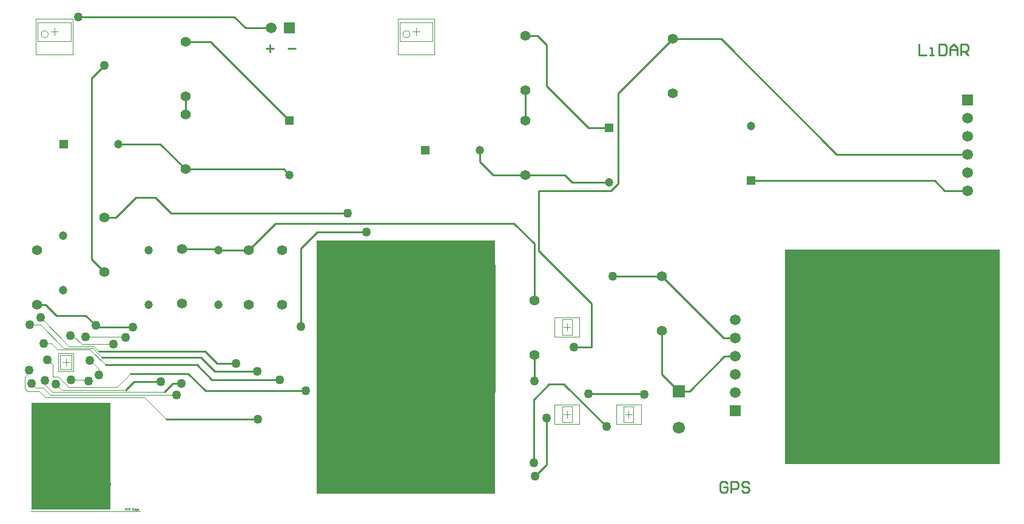
<source format=gbl>
G04 Layer_Physical_Order=2*
G04 Layer_Color=16711680*
%FSLAX25Y25*%
%MOIN*%
G70*
G01*
G75*
%ADD20C,0.01000*%
%ADD21C,0.00300*%
%ADD22C,0.00394*%
%ADD23C,0.00118*%
%ADD24R,0.43307X0.59055*%
%ADD25R,1.18110X1.18110*%
%ADD26R,0.98425X1.39764*%
%ADD27C,0.00197*%
%ADD28C,0.05512*%
%ADD29C,0.04724*%
%ADD30R,0.04724X0.04724*%
%ADD31R,0.04724X0.04724*%
%ADD32C,0.05906*%
%ADD33R,0.05906X0.05906*%
%ADD34C,0.06693*%
%ADD35R,0.06693X0.06693*%
%ADD36R,0.05906X0.05906*%
%ADD37C,0.02362*%
%ADD38C,0.05000*%
D20*
X36900Y108000D02*
X42400Y102500D01*
X20700Y108000D02*
X36900D01*
X312943Y211457D02*
X324410D01*
X290100Y234300D02*
X312943Y211457D01*
X290100Y234300D02*
Y256800D01*
X285050Y261850D02*
X290100Y256800D01*
X278346Y261850D02*
X285050D01*
X313200Y65000D02*
X343200D01*
X387812Y85512D02*
X393883D01*
X368599Y66299D02*
X387812Y85512D01*
X362781Y66299D02*
X368599D01*
X283000Y27100D02*
Y61800D01*
X283300Y62100D01*
X283800Y19700D02*
X290000Y25900D01*
Y51500D01*
X325519Y176700D02*
X329500Y180681D01*
X285827Y176700D02*
X325519D01*
X285827Y143298D02*
Y176700D01*
X329500Y230327D02*
X359449Y260276D01*
X329500Y180681D02*
Y230327D01*
X508828Y176772D02*
X521260D01*
X503356Y182244D02*
X508828Y176772D01*
X402362Y182244D02*
X503356D01*
X353379Y129567D02*
X387435Y95512D01*
X393883D01*
X283300Y62100D02*
X291500Y70300D01*
X283300Y62100D02*
X284300Y63100D01*
X283254Y71846D02*
X283300Y71800D01*
X283254Y71846D02*
Y86181D01*
X291500Y70300D02*
X299500D01*
X323000Y46800D01*
X283254Y116181D02*
Y147646D01*
X81100Y50900D02*
X131400D01*
X109600Y143900D02*
X126400D01*
X314750Y90551D02*
Y114548D01*
X286000Y143298D02*
X314750Y114548D01*
X109000Y144500D02*
X109600Y143900D01*
X89900Y144500D02*
X109000D01*
X43200Y101700D02*
X62800D01*
X42400Y102500D02*
X43200Y101700D01*
X93200Y76000D02*
X102600Y66600D01*
X61500Y76000D02*
X93200D01*
X102600Y66600D02*
X157600D01*
X106100Y72700D02*
X143500D01*
X99950Y85050D02*
X107800Y77200D01*
X45750Y85050D02*
X99950D01*
X107800Y77200D02*
X131100D01*
X102300Y88400D02*
X109100Y81600D01*
X44200Y88400D02*
X102300D01*
X109100Y81600D02*
X119300D01*
X80000Y65800D02*
X84900Y70700D01*
X63300Y71500D02*
X78200D01*
X58700Y66900D02*
X63300Y71500D01*
X84900Y70700D02*
X89300D01*
X14600Y114100D02*
X20700Y108000D01*
X10000Y114100D02*
X14600D01*
X326561Y129528D02*
X353340D01*
X118504Y272441D02*
X124803Y266142D01*
X91732Y188543D02*
X145669D01*
X91732Y258701D02*
X105512D01*
X278347Y185394D02*
X300039D01*
X253583Y192480D02*
Y198819D01*
Y192480D02*
X260669Y185394D01*
X278347D01*
X449528Y196772D02*
X521260D01*
X386024Y260276D02*
X449528Y196772D01*
X359449Y260276D02*
X386024D01*
X305198Y90551D02*
X314750D01*
X278346Y231850D02*
X278347Y215394D01*
X91732Y228701D02*
X91732Y218543D01*
X353379Y75701D02*
Y99567D01*
Y75701D02*
X362781Y66299D01*
X303976Y181457D02*
X324410D01*
X300039Y185394D02*
X303976Y181457D01*
X105512Y258701D02*
X148819Y215394D01*
X145669Y188543D02*
X148819Y185394D01*
X54764Y202362D02*
X77913D01*
X91732Y188543D01*
X124803Y266142D02*
X138819D01*
X32677Y272441D02*
X118504D01*
X353340Y129528D02*
X353379Y129567D01*
X40100Y139000D02*
X47200Y131900D01*
X40100Y139000D02*
Y238500D01*
X47200Y245600D01*
Y161900D02*
X53400D01*
X64300Y172800D01*
X75000D01*
X83600Y164200D01*
X180800D01*
X98000Y80800D02*
X106100Y72700D01*
X47600Y80800D02*
X98000D01*
X126400Y143900D02*
X141200Y158700D01*
X272200D01*
X283254Y147646D01*
X164200Y153800D02*
X191200D01*
X155200Y144800D02*
X164200Y153800D01*
X155200Y102100D02*
Y144800D01*
X136200Y254999D02*
X140199D01*
X138199Y256998D02*
Y253000D01*
X148196Y254999D02*
X152195D01*
X389299Y15698D02*
X388299Y16698D01*
X386300D01*
X385300Y15698D01*
Y11700D01*
X386300Y10700D01*
X388299D01*
X389299Y11700D01*
Y13699D01*
X387299D01*
X391298Y10700D02*
Y16698D01*
X394297D01*
X395297Y15698D01*
Y13699D01*
X394297Y12699D01*
X391298D01*
X401295Y15698D02*
X400295Y16698D01*
X398296D01*
X397296Y15698D01*
Y14699D01*
X398296Y13699D01*
X400295D01*
X401295Y12699D01*
Y11700D01*
X400295Y10700D01*
X398296D01*
X397296Y11700D01*
X494800Y257398D02*
Y251400D01*
X498799D01*
X500798D02*
X502797D01*
X501798D01*
Y255399D01*
X500798D01*
X505796Y257398D02*
Y251400D01*
X508795D01*
X509795Y252400D01*
Y256398D01*
X508795Y257398D01*
X505796D01*
X511795Y251400D02*
Y255399D01*
X513794Y257398D01*
X515793Y255399D01*
Y251400D01*
Y254399D01*
X511795D01*
X517793Y251400D02*
Y257398D01*
X520792D01*
X521791Y256398D01*
Y254399D01*
X520792Y253399D01*
X517793D01*
X519792D02*
X521791Y251400D01*
D21*
X69000Y63000D02*
X81100Y50900D01*
X14800Y63000D02*
X69000D01*
X27800Y91100D02*
X41500D01*
X17500Y64200D02*
X86500D01*
X86600Y64300D01*
X13400Y68300D02*
X17500Y64200D01*
X9500Y68300D02*
X13400D01*
X11400Y66400D02*
X14800Y63000D01*
X18500Y65800D02*
X80000D01*
X14300Y70000D02*
X18500Y65800D01*
X23700Y66900D02*
X58700D01*
X54000Y68500D02*
X61500Y76000D01*
X27400Y68500D02*
X54000D01*
X37700Y72700D02*
X38400Y72000D01*
X28900Y72700D02*
X37700D01*
X39300Y83200D02*
X44000Y78500D01*
Y75200D02*
Y78500D01*
X34600Y92200D02*
X52000D01*
X52100Y92300D01*
X36600Y96300D02*
X58600D01*
X58900Y96000D01*
X41500Y91100D02*
X44200Y88400D01*
X39100Y83200D02*
X39300D01*
X14300Y70000D02*
Y72400D01*
X20300Y70300D02*
X23700Y66900D01*
X21600Y74300D02*
X27400Y68500D01*
X7100Y70700D02*
X9500Y68300D01*
X4800Y66400D02*
X11400D01*
X3300Y67900D02*
X4800Y66400D01*
X3300Y67900D02*
Y74200D01*
X5800Y76700D01*
Y77800D01*
X21400Y89300D02*
X39100D01*
X18000Y92700D02*
X21400Y89300D01*
X13900Y92700D02*
X18000D01*
X40700Y90100D02*
X45750Y85050D01*
X24800Y90100D02*
X40700D01*
X12000Y102900D02*
X24800Y90100D01*
X29800Y97000D02*
X34600Y92200D01*
X28300Y97000D02*
X29800D01*
X6100Y102900D02*
X12000D01*
X18600Y74300D02*
X21600D01*
X18600D02*
Y80900D01*
X15800Y83700D02*
X18600Y80900D01*
X15800Y83700D02*
X16000D01*
X12100Y106800D02*
X27800Y91100D01*
X39100Y89300D02*
X47600Y80800D01*
D22*
X6778Y361D02*
X66766D01*
X249660Y130391D02*
G03*
X249660Y130391I-1969J0D01*
G01*
X215079Y262795D02*
G03*
X215079Y262795I-1969J0D01*
G01*
X16260Y262795D02*
G03*
X16260Y262795I-1969J0D01*
G01*
X332565Y49213D02*
Y57874D01*
X337880Y49213D02*
Y57874D01*
X332565D02*
X337880D01*
X332565Y49213D02*
X337880D01*
X298620D02*
Y57874D01*
X303935Y49213D02*
Y57874D01*
X298620D02*
X303935D01*
X298620Y49213D02*
X303935D01*
X298620Y97390D02*
Y106051D01*
X303935Y97390D02*
Y106051D01*
X298620D02*
X303935D01*
X298620Y97390D02*
X303935D01*
X244148Y67792D02*
X253518D01*
X244148Y133934D02*
X253518D01*
Y67792D02*
Y133934D01*
X244148Y67792D02*
Y133934D01*
X22913Y78425D02*
Y86142D01*
X29055Y78425D02*
Y86142D01*
X22913D02*
X29055D01*
X22913Y78425D02*
X29055D01*
X209370Y259055D02*
X227480D01*
X209370Y269291D02*
X227480D01*
X209370Y259055D02*
Y269291D01*
X227480Y259055D02*
Y269291D01*
X28661Y259055D02*
Y269291D01*
X10551Y259055D02*
Y269291D01*
X28661D01*
X10551Y259055D02*
X28661D01*
X333254Y53543D02*
X337191D01*
X335222Y51575D02*
Y55512D01*
X299309Y53543D02*
X303246D01*
X301277Y51575D02*
Y55512D01*
X299309Y101720D02*
X303246D01*
X301277Y99752D02*
Y103689D01*
X248833Y98895D02*
Y102832D01*
X246865Y100863D02*
X250802D01*
X24016Y82283D02*
X27953D01*
X25984Y80315D02*
Y84252D01*
X218425Y262205D02*
Y266142D01*
X216457Y264173D02*
X220394D01*
X17638D02*
X21575D01*
X19606Y262205D02*
Y266142D01*
D23*
X58366Y1061D02*
Y2045D01*
X58858D01*
X59022Y1881D01*
Y1553D01*
X58858Y1389D01*
X58366D01*
X60006Y1881D02*
X59842Y2045D01*
X59514D01*
X59350Y1881D01*
Y1225D01*
X59514Y1061D01*
X59842D01*
X60006Y1225D01*
X60334Y2045D02*
Y1061D01*
X60826D01*
X60990Y1225D01*
Y1389D01*
X60826Y1553D01*
X60334D01*
X60826D01*
X60990Y1717D01*
Y1881D01*
X60826Y2045D01*
X60334D01*
X62958D02*
X62302D01*
Y1061D01*
X62958D01*
X62302Y1553D02*
X62630D01*
X63942Y2045D02*
Y1061D01*
X63450D01*
X63286Y1225D01*
Y1553D01*
X63450Y1717D01*
X63942D01*
X64598Y733D02*
X64762D01*
X64926Y897D01*
Y1717D01*
X64434D01*
X64270Y1553D01*
Y1225D01*
X64434Y1061D01*
X64926D01*
X65746D02*
X65418D01*
X65254Y1225D01*
Y1553D01*
X65418Y1717D01*
X65746D01*
X65910Y1553D01*
Y1389D01*
X65254D01*
D24*
X28740Y30709D02*
D03*
D25*
X479921Y85433D02*
D03*
D26*
X212613Y79682D02*
D03*
D27*
X328431Y48228D02*
Y58858D01*
X342013Y48228D02*
Y58858D01*
X328431D02*
X342013D01*
X328431Y48228D02*
X342013D01*
X294486D02*
Y58858D01*
X308069Y48228D02*
Y58858D01*
X294486D02*
X308069D01*
X294486Y48228D02*
X308069D01*
X294486Y96406D02*
Y107035D01*
X308069Y96406D02*
Y107035D01*
X294486D02*
X308069D01*
X294486Y96406D02*
X308069D01*
X236038Y65824D02*
X261628D01*
X236038Y135902D02*
X261628D01*
Y65824D02*
Y135902D01*
X236038Y65824D02*
Y135902D01*
X21850Y77362D02*
Y87205D01*
X30118Y77362D02*
Y87205D01*
X21850D02*
X30118D01*
X21850Y77362D02*
X30118D01*
X208386Y251575D02*
X228465D01*
X208386Y271260D02*
X228465D01*
X208386Y251575D02*
Y271260D01*
X228465Y251575D02*
Y271260D01*
X29646Y251575D02*
Y271260D01*
X9567Y251575D02*
Y271260D01*
X29646D01*
X9567Y251575D02*
X29646D01*
D28*
X278347Y215394D02*
D03*
Y185394D02*
D03*
X278346Y261850D02*
D03*
Y231850D02*
D03*
X91732Y218543D02*
D03*
Y188543D02*
D03*
X91732Y258701D02*
D03*
Y228701D02*
D03*
X89900Y114500D02*
D03*
Y144500D02*
D03*
X47200Y131900D02*
D03*
Y161900D02*
D03*
X353379Y129567D02*
D03*
Y99567D02*
D03*
X359449Y230276D02*
D03*
Y260276D02*
D03*
X144600Y113800D02*
D03*
Y143800D02*
D03*
X126400Y113900D02*
D03*
Y143900D02*
D03*
X283254Y86181D02*
D03*
Y116181D02*
D03*
X10000Y114100D02*
D03*
Y144100D02*
D03*
D29*
X324410Y181457D02*
D03*
X253583Y198819D02*
D03*
X71500Y113800D02*
D03*
Y143800D02*
D03*
X54764Y202362D02*
D03*
X148819Y185394D02*
D03*
X109600Y113900D02*
D03*
Y143900D02*
D03*
X402362Y212244D02*
D03*
X24400Y122100D02*
D03*
Y152100D02*
D03*
D30*
X324410Y211457D02*
D03*
X148819Y215394D02*
D03*
X402362Y182244D02*
D03*
D31*
X223583Y198819D02*
D03*
X24764Y202362D02*
D03*
D32*
X138819Y266142D02*
D03*
X393883Y105512D02*
D03*
Y95512D02*
D03*
Y85512D02*
D03*
Y75512D02*
D03*
Y65512D02*
D03*
X521260Y176772D02*
D03*
Y186772D02*
D03*
Y196772D02*
D03*
Y206772D02*
D03*
Y216772D02*
D03*
D33*
X148819Y266142D02*
D03*
D34*
X362781Y46299D02*
D03*
D35*
Y66299D02*
D03*
D36*
X393883Y55512D02*
D03*
X521260Y226772D02*
D03*
D37*
X49862Y15061D02*
D03*
X18366Y14972D02*
D03*
D38*
X313200Y65000D02*
D03*
X343700Y64500D02*
D03*
X283000Y27100D02*
D03*
X283800Y19700D02*
D03*
X283254Y71846D02*
D03*
X323000Y46800D02*
D03*
X290000Y51500D02*
D03*
X131400Y50900D02*
D03*
X62800Y101700D02*
D03*
X47200Y245600D02*
D03*
X42400Y102500D02*
D03*
X86600Y64300D02*
D03*
X157600Y66600D02*
D03*
X143500Y72700D02*
D03*
X131100Y77200D02*
D03*
X119300Y81600D02*
D03*
X78200Y71500D02*
D03*
X89300Y70700D02*
D03*
X38400Y72000D02*
D03*
X28900Y72700D02*
D03*
X44000Y75200D02*
D03*
X52100Y92300D02*
D03*
X58900Y96000D02*
D03*
X39100Y83200D02*
D03*
X5800Y77800D02*
D03*
X13900Y92700D02*
D03*
X28300Y97000D02*
D03*
X6100Y102900D02*
D03*
X36600Y96300D02*
D03*
X12100Y106800D02*
D03*
X20300Y70300D02*
D03*
X14300Y72400D02*
D03*
X7100Y70700D02*
D03*
X305198Y90551D02*
D03*
X32677Y272441D02*
D03*
X326561Y129528D02*
D03*
X15800Y83700D02*
D03*
X180800Y164200D02*
D03*
X191200Y153800D02*
D03*
X155200Y102100D02*
D03*
M02*

</source>
